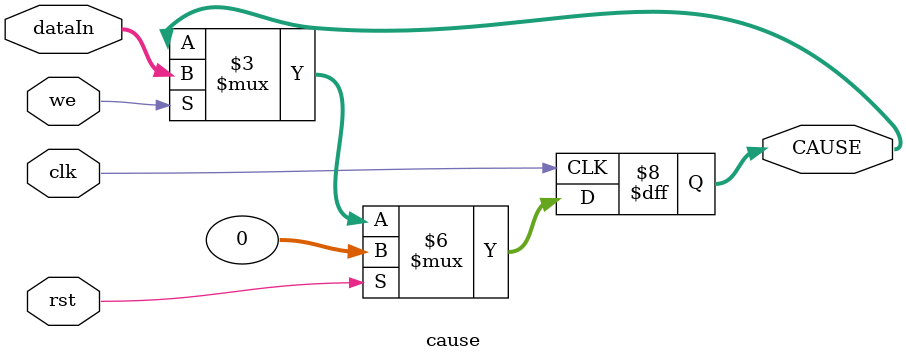
<source format=v>
module cause(clk, rst, we, dataIn, CAUSE);
    input clk, we, rst;
    parameter WIDTH = 32;

    input [WIDTH-1:0] dataIn;

    output reg [WIDTH-1:0] CAUSE;

    initial begin
        CAUSE = 32'h00000000;
    end

    always @(posedge clk) begin
        if (rst) CAUSE <= 32'h00000000;
        else if (we) CAUSE <= dataIn;
    end

endmodule
</source>
